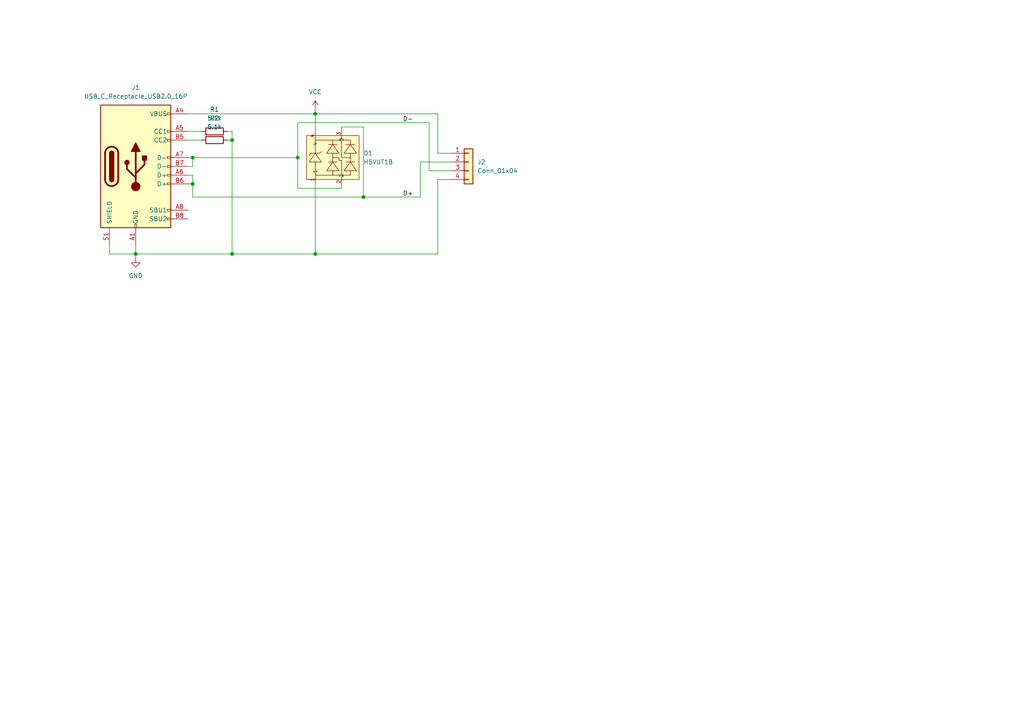
<source format=kicad_sch>
(kicad_sch (version 20250114) (generator "eeschema") (generator_version "9.0")
  (paper "A4")
  (lib_symbols
    (symbol "Connector:USB_C_Receptacle_USB2.0_16P" (pin_names (offset 1.016))
      (property "Reference" "J" (at 0 22.225 0))
      (property "Value" "USB_C_Receptacle_USB2.0_16P" (at 0 19.685 0))
      (symbol "USB_C_Receptacle_USB2.0_16P_0_0"
        (rectangle (start -0.254 -17.78) (end 0.254 -16.764))
        (rectangle (start 10.16 15.494) (end 9.144 14.986))
        (rectangle (start 10.16 10.414) (end 9.144 9.906))
        (rectangle (start 10.16 7.874) (end 9.144 7.366))
        (rectangle (start 10.16 2.794) (end 9.144 2.286))
        (rectangle (start 10.16 0.254) (end 9.144 -0.254))
        (rectangle (start 10.16 -2.286) (end 9.144 -2.794))
        (rectangle (start 10.16 -4.826) (end 9.144 -5.334))
        (rectangle (start 10.16 -12.446) (end 9.144 -12.954))
        (rectangle (start 10.16 -14.986) (end 9.144 -15.494))
      )
      (symbol "USB_C_Receptacle_USB2.0_16P_0_1"
        (rectangle (start -10.16 17.78) (end 10.16 -17.78) (stroke (width 0.254)) (fill (type background)))
        (polyline (pts (xy -8.89 -3.81) (xy -8.89 3.81)) (stroke (width 0.508)))
        (rectangle (start -7.62 -3.81) (end -6.35 3.81) (stroke (width 0.254)) (fill (type outline)))
        (arc (start -7.62 3.81) (mid -6.985 4.4423) (end -6.35 3.81) (stroke (width 0.254)))
        (arc (start -7.62 3.81) (mid -6.985 4.4423) (end -6.35 3.81) (stroke (width 0.254)) (fill (type outline)))
        (arc (start -8.89 3.81) (mid -6.985 5.7067) (end -5.08 3.81) (stroke (width 0.508)))
        (arc (start -5.08 -3.81) (mid -6.985 -5.7067) (end -8.89 -3.81) (stroke (width 0.508)))
        (arc (start -6.35 -3.81) (mid -6.985 -4.4423) (end -7.62 -3.81) (stroke (width 0.254)))
        (arc (start -6.35 -3.81) (mid -6.985 -4.4423) (end -7.62 -3.81) (stroke (width 0.254)) (fill (type outline)))
        (polyline (pts (xy -5.08 3.81) (xy -5.08 -3.81)) (stroke (width 0.508)))
        (circle (center -2.54 1.143) (radius 0.635) (stroke (width 0.254)) (fill (type outline)))
        (polyline (pts (xy -1.27 4.318) (xy 0 6.858) (xy 1.27 4.318) (xy -1.27 4.318)) (stroke (width 0.254)) (fill (type outline)))
        (polyline (pts (xy 0 -2.032) (xy 2.54 0.508) (xy 2.54 1.778)) (stroke (width 0.508)))
        (polyline (pts (xy 0 -3.302) (xy -2.54 -0.762) (xy -2.54 0.508)) (stroke (width 0.508)))
        (polyline (pts (xy 0 -5.842) (xy 0 4.318)) (stroke (width 0.508)))
        (circle (center 0 -5.842) (radius 1.27) (fill (type outline)))
        (rectangle (start 1.905 1.778) (end 3.175 3.048) (stroke (width 0.254)) (fill (type outline)))
      )
      (symbol "USB_C_Receptacle_USB2.0_16P_1_1"
        (pin passive line (at -7.62 -22.86 90) (length 5.08) (name "SHIELD") (number "S1"))
        (pin passive line (at 0 -22.86 90) (length 5.08) (name "GND") (number "A1"))
        (pin passive line (at 0 -22.86 90) (length 5.08) (hide yes) (name "GND") (number "A12"))
        (pin passive line (at 0 -22.86 90) (length 5.08) (hide yes) (name "GND") (number "B1"))
        (pin passive line (at 0 -22.86 90) (length 5.08) (hide yes) (name "GND") (number "B12"))
        (pin passive line (at 15.24 15.24 180) (length 5.08) (name "VBUS") (number "A4"))
        (pin passive line (at 15.24 15.24 180) (length 5.08) (hide yes) (name "VBUS") (number "A9"))
        (pin passive line (at 15.24 15.24 180) (length 5.08) (hide yes) (name "VBUS") (number "B4"))
        (pin passive line (at 15.24 15.24 180) (length 5.08) (hide yes) (name "VBUS") (number "B9"))
        (pin bidirectional line (at 15.24 10.16 180) (length 5.08) (name "CC1") (number "A5"))
        (pin bidirectional line (at 15.24 7.62 180) (length 5.08) (name "CC2") (number "B5"))
        (pin bidirectional line (at 15.24 2.54 180) (length 5.08) (name "D-") (number "A7"))
        (pin bidirectional line (at 15.24 0 180) (length 5.08) (name "D-") (number "B7"))
        (pin bidirectional line (at 15.24 -2.54 180) (length 5.08) (name "D+") (number "A6"))
        (pin bidirectional line (at 15.24 -5.08 180) (length 5.08) (name "D+") (number "B6"))
        (pin bidirectional line (at 15.24 -12.7 180) (length 5.08) (name "SBU1") (number "A8"))
        (pin bidirectional line (at 15.24 -15.24 180) (length 5.08) (name "SBU2") (number "B8"))
      )
    )
    (symbol "Connector_Generic:Conn_01x04" (pin_names (offset 1.016) (hide yes))
      (property "Reference" "J" (at 0 5.08 0))
      (property "Value" "Conn_01x04" (at 0 -7.62 0))
      (symbol "Conn_01x04_1_1"
        (rectangle (start -1.27 3.81) (end 1.27 -6.35) (stroke (width 0.254)) (fill (type background)))
        (rectangle (start -1.27 2.667) (end 0 2.413) (stroke (width 0.1524)))
        (rectangle (start -1.27 0.127) (end 0 -0.127) (stroke (width 0.1524)))
        (rectangle (start -1.27 -2.413) (end 0 -2.667) (stroke (width 0.1524)))
        (rectangle (start -1.27 -4.953) (end 0 -5.207) (stroke (width 0.1524)))
        (pin passive line (at -5.08 2.54 0) (length 3.81) (name "Pin_1") (number "1"))
        (pin passive line (at -5.08 0 0) (length 3.81) (name "Pin_2") (number "2"))
        (pin passive line (at -5.08 -2.54 0) (length 3.81) (name "Pin_3") (number "3"))
        (pin passive line (at -5.08 -5.08 0) (length 3.81) (name "Pin_4") (number "4"))
      )
    )
    (symbol "Device:R" (pin_numbers (hide yes)) (pin_names (offset 0))
      (property "Reference" "R" (at 2.032 0 90))
      (property "Value" "R" (at 0 0 90))
      (symbol "R_0_1"
        (rectangle (start -1.016 -2.54) (end 1.016 2.54) (stroke (width 0.254)))
      )
      (symbol "R_1_1"
        (pin passive line (at 0 3.81 270) (length 1.27) (name "~") (number "1"))
        (pin passive line (at 0 -3.81 90) (length 1.27) (name "~") (number "2"))
      )
    )
    (symbol "PCM_JLCPCB-Diode-Packages:Package, H5VUT1B"
      (property "Reference" "D" (at 0 1.27 0))
      (property "Value" "H5VUT1B" (at 0 -2.54 0))
      (symbol "Package, H5VUT1B_0_1"
        (rectangle (start -7.62 6.35) (end 7.62 -6.35) (fill (type background)))
        (polyline (pts (xy -5.08 5.08) (xy 5.08 5.08)))
        (polyline (pts (xy -5.08 2.54) (xy -5.08 5.08)))
        (polyline (pts (xy -5.08 1.27) (xy -5.08 2.54)))
        (polyline (pts (xy -5.08 -2.54) (xy -5.08 -1.27)))
        (polyline (pts (xy -5.08 -2.54) (xy -5.08 -5.08)))
        (polyline (pts (xy -5.08 -5.08) (xy 5.08 -5.08)))
        (polyline (pts (xy -3.302 1.778) (xy -3.81 1.27) (xy -6.35 1.27) (xy -6.858 0.762)))
        (polyline (pts (xy -3.302 -1.27) (xy -5.08 1.27) (xy -6.858 -1.27) (xy -3.302 -1.27)) (fill (type background)))
        (polyline (pts (xy 0 3.81) (xy 0 5.08)))
        (polyline (pts (xy 0 0) (xy 0 1.27)))
        (polyline (pts (xy 0 0) (xy 1.778 0) (xy 1.778 -0.762) (xy 2.54 -0.762) (xy 2.54 -4.572) (xy 3.048 -5.08) (xy 2.54 -5.588) (xy 2.54 -6.35)))
        (polyline (pts (xy 0 -1.27) (xy 0 0)))
        (polyline (pts (xy 0 -5.08) (xy 0 -3.81)))
        (polyline (pts (xy 1.27 3.81) (xy -1.27 3.81)))
        (polyline (pts (xy 1.27 -1.27) (xy -1.27 -1.27)))
        (polyline (pts (xy 1.778 1.27) (xy 0 3.81) (xy -1.778 1.27) (xy 1.778 1.27)) (fill (type background)))
        (polyline (pts (xy 1.778 -3.81) (xy 0 -1.27) (xy -1.778 -3.81) (xy 1.778 -3.81)) (fill (type background)))
        (polyline (pts (xy 5.08 3.81) (xy 5.08 5.08)))
        (polyline (pts (xy 5.08 0) (xy 5.08 1.27)))
        (polyline (pts (xy 5.08 0) (xy 2.54 0) (xy 2.54 4.572) (xy 2.032 5.08) (xy 2.54 5.588) (xy 2.54 6.35)))
        (polyline (pts (xy 5.08 -1.27) (xy 5.08 0)))
        (polyline (pts (xy 5.08 -5.08) (xy 5.08 -3.81)))
        (polyline (pts (xy 6.35 3.81) (xy 3.81 3.81)))
        (polyline (pts (xy 6.35 -1.27) (xy 3.81 -1.27)))
        (polyline (pts (xy 6.858 1.27) (xy 5.08 3.81) (xy 3.302 1.27) (xy 6.858 1.27)) (fill (type background)))
        (polyline (pts (xy 6.858 -3.81) (xy 5.08 -1.27) (xy 3.302 -3.81) (xy 6.858 -3.81)) (fill (type background)))
        (pin unspecified line (at -5.08 7.62 270) (length 2.54) (name "4") (number "4"))
        (pin unspecified line (at -5.08 -7.62 90) (length 2.54) (name "1") (number "1"))
        (pin unspecified line (at 2.54 7.62 270) (length 1.27) (name "3") (number "3"))
        (pin unspecified line (at 2.54 -7.62 90) (length 1.27) (name "2") (number "2"))
      )
    )
    (symbol "power:GND" (power) (pin_numbers (hide yes)) (pin_names (offset 0) (hide yes))
      (property "Value" "GND" (at 0 -3.81 0))
      (symbol "GND_0_1"
        (polyline (pts (xy 0 0) (xy 0 -1.27) (xy 1.27 -1.27) (xy 0 -2.54) (xy -1.27 -1.27) (xy 0 -1.27)))
      )
      (symbol "GND_1_1"
        (pin power_in line (at 0 0 270) (length 0) (name "~") (number "1"))
      )
    )
    (symbol "power:VCC" (power) (pin_numbers (hide yes)) (pin_names (offset 0) (hide yes))
      (property "Value" "VCC" (at 0 3.556 0))
      (symbol "VCC_0_1"
        (polyline (pts (xy -0.762 1.27) (xy 0 2.54)))
        (polyline (pts (xy 0 2.54) (xy 0.762 1.27)))
        (polyline (pts (xy 0 0) (xy 0 2.54)))
      )
      (symbol "VCC_1_1"
        (pin power_in line (at 0 0 90) (length 0) (name "~") (number "1"))
      )
    )
  )
  (junction (at 55.88 53.34))
  (junction (at 105.41 57.15))
  (junction (at 86.36 45.72))
  (junction (at 39.37 73.66))
  (junction (at 67.31 40.64))
  (junction (at 67.31 73.66))
  (junction (at 91.44 33.02))
  (junction (at 55.88 45.72))
  (junction (at 91.44 73.66))
  (wire (pts (xy 54.61 50.8) (xy 55.88 50.8)))
  (wire (pts (xy 99.06 53.34) (xy 99.06 54.61)))
  (wire (pts (xy 127 73.66) (xy 91.44 73.66)))
  (wire (pts (xy 55.88 57.15) (xy 105.41 57.15)))
  (wire (pts (xy 86.36 35.56) (xy 86.36 45.72)))
  (wire (pts (xy 91.44 31.75) (xy 91.44 33.02)))
  (wire (pts (xy 86.36 54.61) (xy 86.36 45.72)))
  (wire (pts (xy 55.88 50.8) (xy 55.88 53.34)))
  (wire (pts (xy 124.46 35.56) (xy 124.46 49.53)))
  (wire (pts (xy 67.31 40.64) (xy 67.31 73.66)))
  (wire (pts (xy 130.81 44.45) (xy 127 44.45)))
  (wire (pts (xy 86.36 45.72) (xy 55.88 45.72)))
  (wire (pts (xy 39.37 73.66) (xy 67.31 73.66)))
  (wire (pts (xy 55.88 45.72) (xy 55.88 48.26)))
  (wire (pts (xy 31.75 71.12) (xy 31.75 73.66)))
  (wire (pts (xy 127 52.07) (xy 127 73.66)))
  (wire (pts (xy 54.61 45.72) (xy 55.88 45.72)))
  (wire (pts (xy 39.37 74.93) (xy 39.37 73.66)))
  (wire (pts (xy 67.31 38.1) (xy 67.31 40.64)))
  (wire (pts (xy 99.06 38.1) (xy 99.06 36.83)))
  (wire (pts (xy 124.46 49.53) (xy 130.81 49.53)))
  (wire (pts (xy 54.61 53.34) (xy 55.88 53.34)))
  (wire (pts (xy 91.44 33.02) (xy 54.61 33.02)))
  (wire (pts (xy 86.36 35.56) (xy 124.46 35.56)))
  (wire (pts (xy 91.44 38.1) (xy 91.44 33.02)))
  (wire (pts (xy 127 33.02) (xy 91.44 33.02)))
  (wire (pts (xy 91.44 73.66) (xy 91.44 53.34)))
  (wire (pts (xy 127 44.45) (xy 127 33.02)))
  (wire (pts (xy 55.88 53.34) (xy 55.88 57.15)))
  (wire (pts (xy 54.61 38.1) (xy 58.42 38.1)))
  (wire (pts (xy 54.61 40.64) (xy 58.42 40.64)))
  (wire (pts (xy 121.92 46.99) (xy 130.81 46.99)))
  (wire (pts (xy 105.41 36.83) (xy 105.41 57.15)))
  (wire (pts (xy 67.31 73.66) (xy 91.44 73.66)))
  (wire (pts (xy 31.75 73.66) (xy 39.37 73.66)))
  (wire (pts (xy 99.06 36.83) (xy 105.41 36.83)))
  (wire (pts (xy 39.37 73.66) (xy 39.37 71.12)))
  (wire (pts (xy 66.04 38.1) (xy 67.31 38.1)))
  (wire (pts (xy 121.92 46.99) (xy 121.92 57.15)))
  (wire (pts (xy 54.61 48.26) (xy 55.88 48.26)))
  (wire (pts (xy 130.81 52.07) (xy 127 52.07)))
  (wire (pts (xy 105.41 57.15) (xy 121.92 57.15)))
  (wire (pts (xy 66.04 40.64) (xy 67.31 40.64)))
  (wire (pts (xy 99.06 54.61) (xy 86.36 54.61)))
  (label "D-" (at 116.84 35.56 0))
  (label "D+" (at 116.84 57.15 0))
  (symbol (lib_id "power:GND") (at 39.37 74.93 0) (unit 1)
    (property "Reference" "#PWR01" (effects (hide yes)))
    (property "Value" "GND" (at 39.37 80.01 0))
    (property "Description" "Power symbol creates a global label with name \"GND\" , ground" (effects (hide yes)))
  )
  (symbol (lib_id "PCM_JLCPCB-Diode-Packages:Package, H5VUT1B") (at 96.52 45.72 0) (unit 1)
    (property "Reference" "D1" (at 105.41 44.4499 0) (effects (justify left)))
    (property "Value" "H5VUT1B" (at 105.41 46.9899 0) (effects (justify left)))
    (property "Footprint" "Package_TO_SOT_SMD:SOT-143_Handsoldering" (effects (hide yes)))
    (property "Datasheet" "https://wmsc.lcsc.com/wmsc/upload/file/pdf/v2/lcsc/2405091603_hongjiacheng-H5VUT1B_C22395520.pdf" (effects (hide yes)))
    (property "Description" "5A 75W 15V 6V Bidirectional 5V SOT-143 ESD and Surge Protection (TVS/ESD) ROHS" (effects (hide yes)))
    (property "LCSC" "C22395520" (effects (hide yes)))
    (property "Stock" "10590" (effects (hide yes)))
    (property "Price" "0.054USD" (effects (hide yes)))
    (property "Process" "SMT" (effects (hide yes)))
    (property "Minimum Qty" "5" (effects (hide yes)))
    (property "Attrition Qty" "4" (effects (hide yes)))
    (property "Class" "Preferred Component" (effects (hide yes)))
    (property "Category" "Circuit Protection,ESD And Surge Protection (TVS/ESD)" (effects (hide yes)))
    (property "Manufacturer" "hongjiacheng" (effects (hide yes)))
    (property "Part" "H5VUT1B" (effects (hide yes)))
  )
  (symbol (lib_id "Device:R") (at 62.23 38.1 90) (unit 1)
    (property "Reference" "R1" (at 62.23 31.75 90))
    (property "Value" "5.1k" (at 62.23 34.29 90))
    (property "Footprint" "Resistor_SMD:R_0805_2012Metric_Pad1.20x1.40mm_HandSolder" (effects (hide yes)))
    (property "Description" "Resistor" (effects (hide yes)))
    (property "LCSC" "C27834" (effects (hide yes)))
  )
  (symbol (lib_id "Connector_Generic:Conn_01x04") (at 135.89 46.99 0) (unit 1) (in_bom no)
    (property "Reference" "J2" (at 138.43 46.9899 0) (effects (justify left)))
    (property "Value" "Conn_01x04" (at 138.43 49.5299 0) (effects (justify left)))
    (property "Footprint" "Connector_Wire:SolderWire-0.15sqmm_1x04_P4mm_D0.5mm_OD1.5mm" (effects (hide yes)))
    (property "Description" "Generic connector, single row, 01x04, script generated (kicad-library-utils/schlib/autogen/connector/)" (effects (hide yes)))
  )
  (symbol (lib_id "Device:R") (at 62.23 40.64 90) (unit 1)
    (property "Reference" "R2" (at 62.23 34.29 90))
    (property "Value" "5.1k" (at 62.23 36.83 90))
    (property "Footprint" "Resistor_SMD:R_0805_2012Metric_Pad1.20x1.40mm_HandSolder" (effects (hide yes)))
    (property "Description" "Resistor" (effects (hide yes)))
    (property "LCSC" "C27834" (effects (hide yes)))
  )
  (symbol (lib_id "Connector:USB_C_Receptacle_USB2.0_16P") (at 39.37 48.26 0) (unit 1)
    (property "Reference" "J1" (at 39.37 25.4 0))
    (property "Value" "USB_C_Receptacle_USB2.0_16P" (at 39.37 27.94 0))
    (property "Footprint" "Connector_USB:USB_C_Receptacle_G-Switch_GT-USB-7051x" (effects (hide yes)))
    (property "Datasheet" "https://www.usb.org/sites/default/files/documents/usb_type-c.zip" (effects (hide yes)))
    (property "Description" "USB 2.0-only 16P Type-C Receptacle connector" (effects (hide yes)))
    (property "LCSC" "C2843970" (effects (hide yes)))
  )
  (symbol (lib_id "power:VCC") (at 91.44 31.75 0) (unit 1)
    (property "Reference" "#PWR02" (effects (hide yes)))
    (property "Value" "VCC" (at 91.44 26.67 0))
    (property "Description" "Power symbol creates a global label with name \"VCC\"" (effects (hide yes)))
  )
)
</source>
